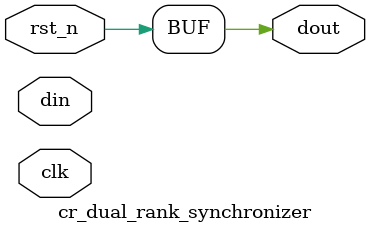
<source format=v>
/*************************************************************************
*
* Copyright © Microsoft Corporation. All rights reserved.
* Copyright © Broadcom Inc. All rights reserved.
* Licensed under the MIT License.
*
*************************************************************************/
module cr_dual_rank_synchronizer (clk, rst_n, din, dout);

parameter WIDTH = 1;
parameter RESET_VAL = 0;

   input  clk;
   input  rst_n;
   input  din;
   output dout;
   
  assign dout = rst_n;

endmodule

</source>
